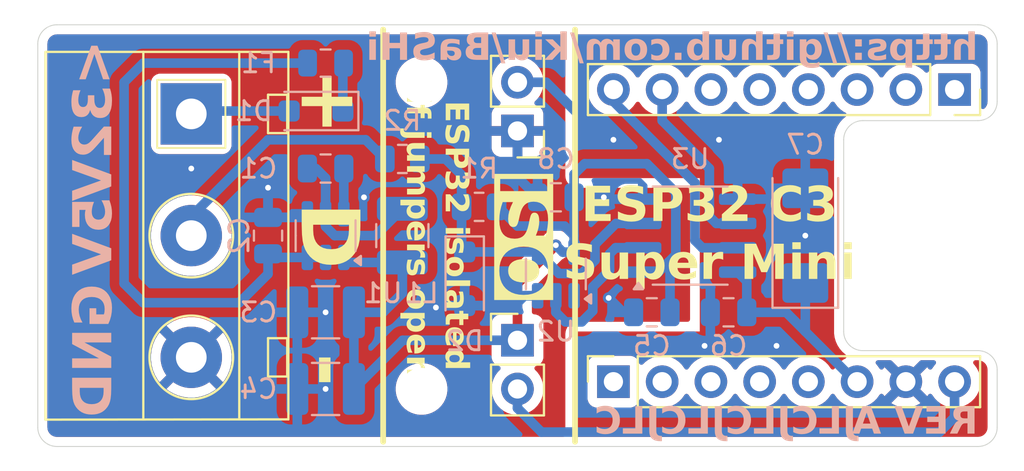
<source format=kicad_pcb>
(kicad_pcb (version 20241229) (generator "pcbnew") (generator_version "9.0")
  (layers (0 "F.Cu" signal) (2 "B.Cu" signal) (13 "F.Paste" user) (15 "B.Paste" user) (5 "F.SilkS" user "F.Silkscreen") (7 "B.SilkS" user "B.Silkscreen") (1 "F.Mask" user) (3 "B.Mask" user) (25 "Edge.Cuts" user))
  (net 0 "")
  (net 1 "Net-(U1-BST)")
  (net 2 "Net-(U1-SW)")
  (net 3 "GND1")
  (net 4 "Net-(U1-EN)")
  (net 5 "VCC")
  (net 6 "+3V3")
  (net 7 "GND2")
  (net 8 "Net-(U3-OUTA)")
  (net 9 "ESP_RX")
  (net 10 "ESP_TX")
  (net 11 "Net-(D2-K)")
  (net 12 "+5V")
  (net 13 "Net-(J1-Pin_2)")
  (net 14 "Net-(D1-A)")
  (net 16 "Net-(D1-K)")
  (footprint "Connector_PinHeader_2.54mm:PinHeader_1x02_P2.54mm_Vertical" (layer "F.Cu") (at 110 65.46)
    (property "Reference" "J2" (hide yes))
    (property "Value" "1x02_Jumper")
    (fp_line (start -1.38 -1.38) (end 0 -1.38) (stroke (width 0.12)) (layer "F.SilkS"))
    (fp_line (start -1.38 0) (end -1.38 -1.38) (stroke (width 0.12)) (layer "F.SilkS"))
    (fp_line (start -1.38 1.27) (end -1.38 3.92) (stroke (width 0.12)) (layer "F.SilkS"))
    (fp_line (start -1.38 1.27) (end 1.38 1.27) (stroke (width 0.12)) (layer "F.SilkS"))
    (fp_line (start -1.38 3.92) (end 1.38 3.92) (stroke (width 0.12)) (layer "F.SilkS"))
    (fp_line (start 1.38 1.27) (end 1.38 3.92) (stroke (width 0.12)) (layer "F.SilkS"))
    (pad "1" thru_hole rect (at 0 0) (size 1.7 1.7) (drill 1) (layers "*.Cu" "*.Mask") (net 5 "VCC"))
    (pad "2" thru_hole circle (at 0 2.54) (size 1.7 1.7) (drill 1) (layers "*.Cu" "*.Mask") (net 12 "+5V"))
  )
  (footprint "Connector_PinSocket_2.54mm:PinSocket_1x08_P2.54mm_Vertical" (layer "F.Cu") (at 115 67.62 90)
    (property "Reference" "J5" (hide yes))
    (property "Value" "Conn_01x08")
    (fp_line (start 1.33 -1.33) (end 1.33 0) (stroke (width 0.12)) (layer "F.SilkS"))
    (fp_line (start 0 -1.33) (end 1.33 -1.33) (stroke (width 0.12)) (layer "F.SilkS"))
    (fp_line (start 1.33 1.27) (end 1.33 19.11) (stroke (width 0.12)) (layer "F.SilkS"))
    (fp_line (start -1.33 1.27) (end 1.33 1.27) (stroke (width 0.12)) (layer "F.SilkS"))
    (fp_line (start -1.33 1.27) (end -1.33 19.11) (stroke (width 0.12)) (layer "F.SilkS"))
    (fp_line (start -1.33 19.11) (end 1.33 19.11) (stroke (width 0.12)) (layer "F.SilkS"))
    (pad "1" thru_hole rect (at 0 0 90) (size 1.7 1.7) (drill 1) (layers "*.Cu" "*.Mask"))
    (pad "2" thru_hole circle (at 0 2.54 90) (size 1.7 1.7) (drill 1) (layers "*.Cu" "*.Mask"))
    (pad "3" thru_hole circle (at 0 5.08 90) (size 1.7 1.7) (drill 1) (layers "*.Cu" "*.Mask"))
    (pad "4" thru_hole circle (at 0 7.62 90) (size 1.7 1.7) (drill 1) (layers "*.Cu" "*.Mask"))
    (pad "5" thru_hole circle (at 0 10.16 90) (size 1.7 1.7) (drill 1) (layers "*.Cu" "*.Mask"))
    (pad "6" thru_hole circle (at 0 12.7 90) (size 1.7 1.7) (drill 1) (layers "*.Cu" "*.Mask") (net 6 "+3V3"))
    (pad "7" thru_hole circle (at 0 15.24 90) (size 1.7 1.7) (drill 1) (layers "*.Cu" "*.Mask") (net 7 "GND2"))
    (pad "8" thru_hole circle (at 0 17.78 90) (size 1.7 1.7) (drill 1) (layers "*.Cu" "*.Mask") (net 12 "+5V"))
  )
  (footprint "MountingHole:MountingHole_2.2mm_M2" (layer "F.Cu") (at 105 68)
    (property "Reference" "H2" (hide yes))
    (property "Value" "MountingHole")
    (pad "" np_thru_hole circle (at 0 0) (size 2.2 2.2) (drill 2.2) (layers "*.Cu" "*.Mask"))
  )
  (footprint "Connector_PinSocket_2.54mm:PinSocket_1x08_P2.54mm_Vertical" (layer "F.Cu") (at 132.78 52.38 -90)
    (property "Reference" "J4" (hide yes))
    (property "Value" "Conn_01x08")
    (fp_line (start -1.33 19.11) (end 1.33 19.11) (stroke (width 0.12)) (layer "F.SilkS"))
    (fp_line (start -1.33 1.27) (end -1.33 19.11) (stroke (width 0.12)) (layer "F.SilkS"))
    (fp_line (start -1.33 1.27) (end 1.33 1.27) (stroke (width 0.12)) (layer "F.SilkS"))
    (fp_line (start 1.33 1.27) (end 1.33 19.11) (stroke (width 0.12)) (layer "F.SilkS"))
    (fp_line (start 0 -1.33) (end 1.33 -1.33) (stroke (width 0.12)) (layer "F.SilkS"))
    (fp_line (start 1.33 -1.33) (end 1.33 0) (stroke (width 0.12)) (layer "F.SilkS"))
    (pad "1" thru_hole rect (at 0 0 270) (size 1.7 1.7) (drill 1) (layers "*.Cu" "*.Mask"))
    (pad "2" thru_hole circle (at 0 2.54 270) (size 1.7 1.7) (drill 1) (layers "*.Cu" "*.Mask"))
    (pad "3" thru_hole circle (at 0 5.08 270) (size 1.7 1.7) (drill 1) (layers "*.Cu" "*.Mask"))
    (pad "4" thru_hole circle (at 0 7.62 270) (size 1.7 1.7) (drill 1) (layers "*.Cu" "*.Mask"))
    (pad "5" thru_hole circle (at 0 10.16 270) (size 1.7 1.7) (drill 1) (layers "*.Cu" "*.Mask"))
    (pad "6" thru_hole circle (at 0 12.7 270) (size 1.7 1.7) (drill 1) (layers "*.Cu" "*.Mask"))
    (pad "7" thru_hole circle (at 0 15.24 270) (size 1.7 1.7) (drill 1) (layers "*.Cu" "*.Mask") (net 9 "ESP_RX"))
    (pad "8" thru_hole circle (at 0 17.78 270) (size 1.7 1.7) (drill 1) (layers "*.Cu" "*.Mask") (net 10 "ESP_TX"))
  )
  (footprint "kiu-footprints:TerminalBlock_1x03_P6.35mm_Horizontal_DIBO_DB910-6.35-3P-GN-S_C395873" (layer "F.Cu") (at 93 60 -90)
    (property "Reference" "J1" (hide yes))
    (property "Value" "Conn_01x03")
    (fp_line (start -9.585 7.6) (end 9.6 7.6) (stroke (width 0.12)) (layer "F.SilkS"))
    (fp_line (start -9.585 2.5) (end 9.585 2.5) (stroke (width 0.12)) (layer "F.SilkS"))
    (fp_line (start -9.585 -2.5) (end 9.585 -2.5) (stroke (width 0.12)) (layer "F.SilkS"))
    (fp_line (start -7.35 -4) (end -5.35 -4) (stroke (width 0.12)) (layer "F.SilkS"))
    (fp_line (start 5.35 -4) (end 7.35 -4) (stroke (width 0.12)) (layer "F.SilkS"))
    (fp_line (start -7.35 -5) (end -7.35 -4) (stroke (width 0.12)) (layer "F.SilkS"))
    (fp_line (start -7.35 -5) (end -5.35 -5) (stroke (width 0.12)) (layer "F.SilkS"))
    (fp_line (start -5.35 -5) (end -5.35 -4) (stroke (width 0.12)) (layer "F.SilkS"))
    (fp_line (start 5.35 -5) (end 5.35 -4) (stroke (width 0.12)) (layer "F.SilkS"))
    (fp_line (start 5.35 -5) (end 7.35 -5) (stroke (width 0.12)) (layer "F.SilkS"))
    (fp_line (start 7.35 -5) (end 7.35 -4) (stroke (width 0.12)) (layer "F.SilkS"))
    (fp_line (start -9.585 -5.06) (end -9.585 7.56) (stroke (width 0.12)) (layer "F.SilkS"))
    (fp_line (start -9.585 -5.06) (end 9.585 -5.06) (stroke (width 0.12)) (layer "F.SilkS"))
    (fp_line (start 9.585 -5.06) (end 9.6 7.6) (stroke (width 0.12)) (layer "F.SilkS"))
    (fp_rect (start -8.128 -1.778) (end -4.572 1.778) (stroke (width 0.1)) (fill no) (layer "F.SilkS"))
    (fp_circle (center 0 0) (end 2.18 0) (stroke (width 0.12)) (fill no) (layer "F.SilkS"))
    (fp_circle (center 6.35 0) (end 8.53 0) (stroke (width 0.12)) (fill no) (layer "F.SilkS"))
    (pad "1" thru_hole rect (at -6.35 0 270) (size 3.2 3.2) (drill 1.6) (layers "*.Cu" "*.Mask") (net 14 "Net-(D1-A)"))
    (pad "2" thru_hole circle (at 0 0 270) (size 3.2 3.2) (drill 1.6) (layers "*.Cu" "*.Mask") (net 13 "Net-(J1-Pin_2)"))
    (pad "3" thru_hole circle (at 6.35 0 270) (size 3.2 3.2) (drill 1.6) (layers "*.Cu" "*.Mask") (net 3 "GND1"))
  )
  (footprint "MountingHole:MountingHole_2.2mm_M2" (layer "F.Cu") (at 105 52)
    (property "Reference" "H1" (hide yes))
    (property "Value" "MountingHole")
    (pad "" np_thru_hole circle (at 0 0) (size 2.2 2.2) (drill 2.2) (layers "*.Cu" "*.Mask"))
  )
  (footprint "Connector_PinHeader_2.54mm:PinHeader_1x02_P2.54mm_Vertical" (layer "F.Cu") (at 110 54.54 180)
    (property "Reference" "J3" (hide yes))
    (property "Value" "1x02_Jumper")
    (fp_line (start 1.38 1.27) (end 1.38 3.92) (stroke (width 0.12)) (layer "F.SilkS"))
    (fp_line (start -1.38 3.92) (end 1.38 3.92) (stroke (width 0.12)) (layer "F.SilkS"))
    (fp_line (start -1.38 1.27) (end 1.38 1.27) (stroke (width 0.12)) (layer "F.SilkS"))
    (fp_line (start -1.38 1.27) (end -1.38 3.92) (stroke (width 0.12)) (layer "F.SilkS"))
    (fp_line (start -1.38 0) (end -1.38 -1.38) (stroke (width 0.12)) (layer "F.SilkS"))
    (fp_line (start -1.38 -1.38) (end 0 -1.38) (stroke (width 0.12)) (layer "F.SilkS"))
    (pad "1" thru_hole rect (at 0 0 180) (size 1.7 1.7) (drill 1) (layers "*.Cu" "*.Mask") (net 3 "GND1"))
    (pad "2" thru_hole circle (at 0 2.54 180) (size 1.7 1.7) (drill 1) (layers "*.Cu" "*.Mask") (net 7 "GND2"))
  )
  (footprint "Capacitor_SMD:C_0805_2012Metric" (layer "B.Cu") (at 117 64)
    (property "Reference" "C5" (at 0 1.75 0) (layer "B.SilkS") (effects (justify mirror)))
    (property "Value" "100nF")
    (fp_line (start -0.261252 -0.735) (end 0.261252 -0.735) (stroke (width 0.12)) (layer "B.SilkS"))
    (fp_line (start -0.261252 0.735) (end 0.261252 0.735) (stroke (width 0.12)) (layer "B.SilkS"))
    (pad "1" smd roundrect (at -0.95 0) (size 1 1.45) (layers "B.Cu" "B.Mask" "B.Paste") (net 3 "GND1"))
    (pad "2" smd roundrect (at 0.95 0) (size 1 1.45) (layers "B.Cu" "B.Mask" "B.Paste") (net 5 "VCC"))
  )
  (footprint "Diode_SMD:D_SOD-123F" (layer "B.Cu") (at 107.25 62.25 -90)
    (property "Reference" "D2" (at 3.25 0 180) (layer "B.SilkS") (effects (justify mirror)))
    (property "Value" "D_Zener")
    (fp_line (start -2.21 1) (end 1.65 1) (stroke (width 0.12)) (layer "B.SilkS"))
    (fp_line (start -2.21 1) (end -2.21 -1) (stroke (width 0.12)) (layer "B.SilkS"))
    (fp_line (start -2.21 -1) (end 1.65 -1) (stroke (width 0.12)) (layer "B.SilkS"))
    (pad "1" smd roundrect (at -1.4 0 270) (size 1.1 1.1) (layers "B.Cu" "B.Mask" "B.Paste") (roundrect_rratio 0.2272727273) (net 11 "Net-(D2-K)"))
    (pad "2" smd roundrect (at 1.4 0 270) (size 1.1 1.1) (layers "B.Cu" "B.Mask" "B.Paste") (roundrect_rratio 0.2272727273) (net 3 "GND1"))
  )
  (footprint "Package_SO:SOIC-8_3.9x4.9mm_P1.27mm" (layer "B.Cu") (at 119 60)
    (property "Reference" "U3" (at 0 -4 180) (layer "B.SilkS") (effects (justify mirror)))
    (property "Value" "ISO7321C")
    (fp_line (start 0 -2.56) (end -1.95 -2.56) (stroke (width 0.12)) (layer "B.SilkS"))
    (fp_line (start 0 -2.56) (end 1.95 -2.56) (stroke (width 0.12)) (layer "B.SilkS"))
    (fp_line (start 0 2.56) (end -1.95 2.56) (stroke (width 0.12)) (layer "B.SilkS"))
    (fp_line (start 0 2.56) (end 1.95 2.56) (stroke (width 0.12)) (layer "B.SilkS"))
    (fp_poly (pts (xy -2.7 2.465) (xy -2.94 2.795) (xy -2.46 2.795)) (stroke (width 0.12)) (fill yes) (layer "B.SilkS"))
    (pad "1" smd roundrect (at -2.475 1.905) (size 1.95 0.6) (layers "B.Cu" "B.Mask" "B.Paste") (net 5 "VCC"))
    (pad "2" smd roundrect (at -2.475 0.635) (size 1.95 0.6) (layers "B.Cu" "B.Mask" "B.Paste") (net 8 "Net-(U3-OUTA)"))
    (pad "3" smd roundrect (at -2.475 -0.635) (size 1.95 0.6) (layers "B.Cu" "B.Mask" "B.Paste") (net 11 "Net-(D2-K)"))
    (pad "4" smd roundrect (at -2.475 -1.905) (size 1.95 0.6) (layers "B.Cu" "B.Mask" "B.Paste") (net 3 "GND1"))
    (pad "5" smd roundrect (at 2.475 -1.905) (size 1.95 0.6) (layers "B.Cu" "B.Mask" "B.Paste") (net 7 "GND2"))
    (pad "6" smd roundrect (at 2.475 -0.635) (size 1.95 0.6) (layers "B.Cu" "B.Mask" "B.Paste") (net 9 "ESP_RX"))
    (pad "7" smd roundrect (at 2.475 0.635) (size 1.95 0.6) (layers "B.Cu" "B.Mask" "B.Paste") (net 10 "ESP_TX"))
    (pad "8" smd roundrect (at 2.475 1.905) (size 1.95 0.6) (layers "B.Cu" "B.Mask" "B.Paste") (net 6 "+3V3"))
  )
  (footprint "Capacitor_SMD:C_0805_2012Metric" (layer "B.Cu") (at 121 64 180)
    (property "Reference" "C6" (at 0 -1.75 180) (layer "B.SilkS") (effects (justify mirror)))
    (property "Value" "100nF")
    (fp_line (start -0.261252 0.735) (end 0.261252 0.735) (stroke (width 0.12)) (layer "B.SilkS"))
    (fp_line (start -0.261252 -0.735) (end 0.261252 -0.735) (stroke (width 0.12)) (layer "B.SilkS"))
    (pad "1" smd roundrect (at -0.95 0 180) (size 1 1.45) (layers "B.Cu" "B.Mask" "B.Paste") (net 6 "+3V3"))
    (pad "2" smd roundrect (at 0.95 0 180) (size 1 1.45) (layers "B.Cu" "B.Mask" "B.Paste") (net 7 "GND2"))
  )
  (footprint "Capacitor_SMD:C_0805_2012Metric" (layer "B.Cu") (at 97 60 -90)
    (property "Reference" "C2" (at 0 1.5 90) (layer "B.SilkS") (effects (justify mirror)))
    (property "Value" "10uF")
    (fp_line (start -0.261252 0.735) (end 0.261252 0.735) (stroke (width 0.12)) (layer "B.SilkS"))
    (fp_line (start -0.261252 -0.735) (end 0.261252 -0.735) (stroke (width 0.12)) (layer "B.SilkS"))
    (pad "1" smd roundrect (at -0.95 0 270) (size 1 1.45) (layers "B.Cu" "B.Mask" "B.Paste") (net 3 "GND1"))
    (pad "2" smd roundrect (at 0.95 0 270) (size 1 1.45) (layers "B.Cu" "B.Mask" "B.Paste") (net 4 "Net-(U1-EN)"))
  )
  (footprint "Capacitor_SMD:C_0805_2012Metric" (layer "B.Cu") (at 112 58)
    (property "Reference" "C8" (at 0 -2 0) (layer "B.SilkS") (effects (justify mirror)))
    (property "Value" "100nF")
    (fp_line (start -0.261252 -0.735) (end 0.261252 -0.735) (stroke (width 0.12)) (layer "B.SilkS"))
    (fp_line (start -0.261252 0.735) (end 0.261252 0.735) (stroke (width 0.12)) (layer "B.SilkS"))
    (pad "1" smd roundrect (at -0.95 0) (size 1 1.45) (layers "B.Cu" "B.Mask" "B.Paste") (net 3 "GND1"))
    (pad "2" smd roundrect (at 0.95 0) (size 1 1.45) (layers "B.Cu" "B.Mask" "B.Paste") (net 5 "VCC"))
  )
  (footprint "Fuse:Fuse_0805_2012Metric" (layer "B.Cu") (at 100 51 180)
    (property "Reference" "F1" (at 3.5 0 180) (layer "B.SilkS") (effects (justify mirror)))
    (property "Value" "Fuse")
    (fp_line (start -0.258578 0.71) (end 0.258578 0.71) (stroke (width 0.12)) (layer "B.SilkS"))
    (fp_line (start -0.258578 -0.71) (end 0.258578 -0.71) (stroke (width 0.12)) (layer "B.SilkS"))
    (pad "1" smd roundrect (at -0.9375 0 180) (size 0.975 1.4) (layers "B.Cu" "B.Mask" "B.Paste") (net 16 "Net-(D1-K)"))
    (pad "2" smd roundrect (at 0.9375 0 180) (size 0.975 1.4) (layers "B.Cu" "B.Mask" "B.Paste") (net 4 "Net-(U1-EN)"))
  )
  (footprint "Package_TO_SOT_SMD:SOT-23-5" (layer "B.Cu") (at 112 62 90)
    (property "Reference" "U2" (at -3 0 180) (layer "B.SilkS") (effects (justify mirror)))
    (property "Value" "74LVC1G07")
    (fp_line (start 0 -1.56) (end 0.8 -1.56) (stroke (width 0.12)) (layer "B.SilkS"))
    (fp_line (start 0 -1.56) (end -0.8 -1.56) (stroke (width 0.12)) (layer "B.SilkS"))
    (fp_line (start 0 1.56) (end 0.8 1.56) (stroke (width 0.12)) (layer "B.SilkS"))
    (fp_line (start 0 1.56) (end -0.8 1.56) (stroke (width 0.12)) (layer "B.SilkS"))
    (fp_poly (pts (xy -1.3 1.51) (xy -1.54 1.84) (xy -1.06 1.84)) (stroke (width 0.12)) (fill yes) (layer "B.SilkS"))
    (pad "1" smd roundrect (at -1.1375 0.95 90) (size 1.325 0.6) (layers "B.Cu" "B.Mask" "B.Paste"))
    (pad "2" smd roundrect (at -1.1375 0 90) (size 1.325 0.6) (layers "B.Cu" "B.Mask" "B.Paste") (net 8 "Net-(U3-OUTA)"))
    (pad "3" smd roundrect (at -1.1375 -0.95 90) (size 1.325 0.6) (layers "B.Cu" "B.Mask" "B.Paste") (net 3 "GND1"))
    (pad "4" smd roundrect (at 1.1375 -0.95 90) (size 1.325 0.6) (layers "B.Cu" "B.Mask" "B.Paste") (net 11 "Net-(D2-K)"))
    (pad "5" smd roundrect (at 1.1375 0.95 90) (size 1.325 0.6) (layers "B.Cu" "B.Mask" "B.Paste") (net 5 "VCC"))
  )
  (footprint "Capacitor_SMD:C_0805_2012Metric" (layer "B.Cu") (at 100 56.5)
    (property "Reference" "C1" (at -3.5 0 180) (layer "B.SilkS") (effects (justify mirror)))
    (property "Value" "100nF")
    (fp_line (start -0.261252 -0.735) (end 0.261252 -0.735) (stroke (width 0.12)) (layer "B.SilkS"))
    (fp_line (start -0.261252 0.735) (end 0.261252 0.735) (stroke (width 0.12)) (layer "B.SilkS"))
    (pad "1" smd roundrect (at -0.95 0) (size 1 1.45) (layers "B.Cu" "B.Mask" "B.Paste") (net 2 "Net-(U1-SW)"))
    (pad "2" smd roundrect (at 0.95 0) (size 1 1.45) (layers "B.Cu" "B.Mask" "B.Paste") (net 1 "Net-(U1-BST)"))
  )
  (footprint "Capacitor_Tantalum_SMD:CP_EIA-6032-28_Kemet-C" (layer "B.Cu") (at 125 60 90)
    (property "Reference" "C7" (at 4.75 0 0) (layer "B.SilkS") (effects (justify mirror)))
    (property "Value" "330uF")
    (fp_line (start -3.765 -1.71) (end 3 -1.71) (stroke (width 0.12)) (layer "B.SilkS"))
    (fp_line (start 3 1.71) (end -3.765 1.71) (stroke (width 0.12)) (layer "B.SilkS"))
    (fp_line (start -3.765 1.71) (end -3.765 -1.71) (stroke (width 0.12)) (layer "B.SilkS"))
    (pad "1" smd roundrect (at -2.47 0 90) (size 2.07 2.39) (layers "B.Cu" "B.Mask" "B.Paste") (roundrect_rratio 0.120773) (net 6 "+3V3"))
    (pad "2" smd roundrect (at 2.47 0 90) (size 2.07 2.39) (layers "B.Cu" "B.Mask" "B.Paste") (roundrect_rratio 0.120773) (net 7 "GND2"))
  )
  (footprint "Capacitor_SMD:C_1210_3225Metric" (layer "B.Cu") (at 100 68 180)
    (property "Reference" "C4" (at 3.5 0 180) (layer "B.SilkS") (effects (justify mirror)))
    (property "Value" "22uF")
    (fp_line (start -0.711252 1.36) (end 0.711252 1.36) (stroke (width 0.12)) (layer "B.SilkS"))
    (fp_line (start -0.711252 -1.36) (end 0.711252 -1.36) (stroke (width 0.12)) (layer "B.SilkS"))
    (pad "1" smd roundrect (at -1.475 0 180) (size 1.15 2.7) (layers "B.Cu" "B.Mask" "B.Paste") (roundrect_rratio 0.217391) (net 5 "VCC"))
    (pad "2" smd roundrect (at 1.475 0 180) (size 1.15 2.7) (layers "B.Cu" "B.Mask" "B.Paste") (roundrect_rratio 0.217391) (net 3 "GND1"))
  )
  (footprint "Inductor_SMD:L_1210_3225Metric" (layer "B.Cu") (at 104 60 -90)
    (property "Reference" "L1" (at 3 -1 180) (layer "B.SilkS") (effects (justify mirror)))
    (property "Value" "4.7uH")
    (fp_line (start -0.602064 1.36) (end 0.602064 1.36) (stroke (width 0.12)) (layer "B.SilkS"))
    (fp_line (start -0.602064 -1.36) (end 0.602064 -1.36) (stroke (width 0.12)) (layer "B.SilkS"))
    (pad "1" smd roundrect (at -1.4 0 270) (size 1.25 2.65) (layers "B.Cu" "B.Mask" "B.Paste") (roundrect_rratio 0.2) (net 2 "Net-(U1-SW)"))
    (pad "2" smd roundrect (at 1.4 0 270) (size 1.25 2.65) (layers "B.Cu" "B.Mask" "B.Paste") (roundrect_rratio 0.2) (net 5 "VCC"))
  )
  (footprint "Package_TO_SOT_SMD:TSOT-23-6" (layer "B.Cu") (at 100 60 90)
    (property "Reference" "U1" (at -3 3 0) (layer "B.SilkS") (effects (justify mirror)))
    (property "Value" "AP63205WU")
    (fp_line (start 0 -1.56) (end 0.8 -1.56) (stroke (width 0.12)) (layer "B.SilkS"))
    (fp_line (start 0 -1.56) (end -0.8 -1.56) (stroke (width 0.12)) (layer "B.SilkS"))
    (fp_line (start 0 1.56) (end 0.8 1.56) (stroke (width 0.12)) (layer "B.SilkS"))
    (fp_line (start 0 1.56) (end -0.8 1.56) (stroke (width 0.12)) (layer "B.SilkS"))
    (fp_poly (pts (xy -1.3 1.51) (xy -1.54 1.84) (xy -1.06 1.84)) (stroke (width 0.12)) (fill yes) (layer "B.SilkS"))
    (pad "1" smd roundrect (at -1.1375 0.95 90) (size 1.325 0.6) (layers "B.Cu" "B.Mask" "B.Paste") (net 5 "VCC"))
    (pad "2" smd roundrect (at -1.1375 0 90) (size 1.325 0.6) (layers "B.Cu" "B.Mask" "B.Paste") (net 4 "Net-(U1-EN)"))
    (pad "3" smd roundrect (at -1.1375 -0.95 90) (size 1.325 0.6) (layers "B.Cu" "B.Mask" "B.Paste") (net 4 "Net-(U1-EN)"))
    (pad "4" smd roundrect (at 1.1375 -0.95 90) (size 1.325 0.6) (layers "B.Cu" "B.Mask" "B.Paste") (net 3 "GND1"))
    (pad "5" smd roundrect (at 1.1375 0 90) (size 1.325 0.6) (layers "B.Cu" "B.Mask" "B.Paste") (net 2 "Net-(U1-SW)"))
    (pad "6" smd roundrect (at 1.1375 0.95 90) (size 1.325 0.6) (layers "B.Cu" "B.Mask" "B.Paste") (net 1 "Net-(U1-BST)"))
  )
  (footprint "Resistor_SMD:R_0805_2012Metric" (layer "B.Cu") (at 108 58.5 180)
    (property "Reference" "R1" (at 0 2 0) (layer "B.SilkS") (effects (justify mirror)))
    (property "Value" "10k")
    (fp_line (start -0.227064 0.735) (end 0.227064 0.735) (stroke (width 0.12)) (layer "B.SilkS"))
    (fp_line (start -0.227064 -0.735) (end 0.227064 -0.735) (stroke (width 0.12)) (layer "B.SilkS"))
    (pad "1" smd roundrect (at -0.9125 0 180) (size 1.025 1.4) (layers "B.Cu" "B.Mask" "B.Paste") (roundrect_rratio 0.243902) (net 5 "VCC"))
    (pad "2" smd roundrect (at 0.9125 0 180) (size 1.025 1.4) (layers "B.Cu" "B.Mask" "B.Paste") (roundrect_rratio 0.243902) (net 11 "Net-(D2-K)"))
  )
  (footprint "Diode_SMD:D_SOD-123F" (layer "B.Cu") (at 99.5 53.5 180)
    (property "Reference" "D1" (at 3.25 0 0) (layer "B.SilkS") (effects (justify mirror)))
    (property "Value" "D")
    (fp_line (start -2.21 1) (end 1.65 1) (stroke (width 0.12)) (layer "B.SilkS"))
    (fp_line (start -2.21 1) (end -2.21 -1) (stroke (width 0.12)) (layer "B.SilkS"))
    (fp_line (start -2.21 -1) (end 1.65 -1) (stroke (width 0.12)) (layer "B.SilkS"))
    (pad "1" smd roundrect (at -1.4 0 180) (size 1.1 1.1) (layers "B.Cu" "B.Mask" "B.Paste") (roundrect_rratio 0.2272727273) (net 16 "Net-(D1-K)"))
    (pad "2" smd roundrect (at 1.4 0 180) (size 1.1 1.1) (layers "B.Cu" "B.Mask" "B.Paste") (roundrect_rratio 0.2272727273) (net 14 "Net-(D1-A)"))
  )
  (footprint "Capacitor_SMD:C_1210_3225Metric" (layer "B.Cu") (at 100 64 180)
    (property "Reference" "C3" (at 3.5 0 180) (layer "B.SilkS") (effects (justify mirror)))
    (property "Value" "22uF")
    (fp_line (start -0.711252 1.36) (end 0.711252 1.36) (stroke (width 0.12)) (layer "B.SilkS"))
    (fp_line (start -0.711252 -1.36) (end 0.711252 -1.36) (stroke (width 0.12)) (layer "B.SilkS"))
    (pad "1" smd roundrect (at -1.475 0 180) (size 1.15 2.7) (layers "B.Cu" "B.Mask" "B.Paste") (roundrect_rratio 0.217391) (net 5 "VCC"))
    (pad "2" smd roundrect (at 1.475 0 180) (size 1.15 2.7) (layers "B.Cu" "B.Mask" "B.Paste") (roundrect_rratio 0.217391) (net 3 "GND1"))
  )
  (footprint "Resistor_SMD:R_0805_2012Metric" (layer "B.Cu") (at 104 56)
    (property "Reference" "R2" (at 0 -2 0) (layer "B.SilkS") (effects (justify mirror)))
    (property "Value" "330R")
    (fp_line (start -0.227064 -0.735) (end 0.227064 -0.735) (stroke (width 0.12)) (layer "B.SilkS"))
    (fp_line (start -0.227064 0.735) (end 0.227064 0.735) (stroke (width 0.12)) (layer "B.SilkS"))
    (pad "1" smd roundrect (at -0.9125 0) (size 1.025 1.4) (layers "B.Cu" "B.Mask" "B.Paste") (roundrect_rratio 0.243902) (net 13 "Net-(J1-Pin_2)"))
    (pad "2" smd roundrect (at 0.9125 0) (size 1.025 1.4) (layers "B.Cu" "B.Mask" "B.Paste") (roundrect_rratio 0.243902) (net 11 "Net-(D2-K)"))
  )
  (gr_line (start 113 49.25) (end 113 70.75) (stroke (width 0.3)) (layer "F.SilkS"))
  (gr_line (start 103 49.25) (end 103 70.75) (stroke (width 0.3)) (layer "F.SilkS"))
  (gr_arc (start 135 70) (mid 134.707107 70.707107) (end 134 71) (stroke (width 0.05)) (layer "Edge.Cuts"))
  (gr_line (start 85 70) (end 85 50) (stroke (width 0.05)) (layer "Edge.Cuts"))
  (gr_line (start 127 55) (end 127 65) (stroke (width 0.05)) (layer "Edge.Cuts"))
  (gr_line (start 134 54) (end 128 54) (stroke (width 0.05)) (layer "Edge.Cuts"))
  (gr_line (start 86 49) (end 134 49) (stroke (width 0.05)) (layer "Edge.Cuts"))
  (gr_arc (start 135 53) (mid 134.707107 53.707107) (end 134 54) (stroke (width 0.05)) (layer "Edge.Cuts"))
  (gr_line (start 135 67) (end 135 70) (stroke (width 0.05)) (layer "Edge.Cuts"))
  (gr_line (start 134 71) (end 86 71) (stroke (width 0.05)) (layer "Edge.Cuts"))
  (gr_arc (start 128 66) (mid 127.292893 65.707107) (end 127 65) (stroke (width 0.05)) (layer "Edge.Cuts"))
  (gr_line (start 135 50) (end 135 53) (stroke (width 0.05)) (layer "Edge.Cuts"))
  (gr_arc (start 127 55) (mid 127.292893 54.292893) (end 128 54) (stroke (width 0.05)) (layer "Edge.Cuts"))
  (gr_arc (start 134 66) (mid 134.707107 66.292893) (end 135 67) (stroke (width 0.05)) (layer "Edge.Cuts"))
  (gr_arc (start 134 49) (mid 134.707107 49.292893) (end 135 50) (stroke (width 0.05)) (layer "Edge.Cuts"))
  (gr_arc (start 86 71) (mid 85.292893 70.707107) (end 85 70) (stroke (width 0.05)) (layer "Edge.Cuts"))
  (gr_arc (start 85 50) (mid 85.292893 49.292893) (end 86 49) (stroke (width 0.05)) (layer "Edge.Cuts"))
  (gr_line (start 128 66) (end 134 66) (stroke (width 0.05)) (layer "Edge.Cuts"))
  (gr_text "D" (at 100 60 270) (layer "F.SilkS") (effects (font (size 3 3) (thickness 0.6) (bold yes))))
  (gr_text "-" (at 100 67 270) (layer "F.SilkS") (effects (font (size 3 3) (thickness 0.6) (bold yes))))
  (gr_text "ESP32 C3\nSuper Mini" (at 120 60 0) (layer "F.SilkS") (effects (font (size 1.8 1.8) (thickness 0.25) (bold yes))))
  (gr_text "ESP32 isolated\nif jumpers open" (at 105.75 60 270) (layer "F.SilkS") (effects (font (size 1.2 1.2) (thickness 0.25) (bold yes))))
  (gr_text "+" (at 100 53 270) (layer "F.SilkS") (effects (font (size 3 3) (thickness 0.6) (bold yes))))
  (gr_text "ISO" (at 111.5 60 270) (layer "F.SilkS" knockout) (effects (font (size 2.4 2.4) (thickness 0.3) (bold yes)) (justify top)))
  (gr_text "<32V" (at 88 54 90) (layer "B.SilkS") (effects (font (size 2 2) (thickness 0.5) (bold yes)) (justify mirror)))
  (gr_text "https://github.com/kiu/BaSHi" (at 134 50.25 0) (layer "B.SilkS") (effects (font (size 1.4 1.4) (thickness 0.25) (bold yes)) (justify left mirror)))
  (gr_text "5V" (at 88 60 90) (layer "B.SilkS") (effects (font (size 2 2) (thickness 0.5) (bold yes)) (justify mirror)))
  (gr_text "GND" (at 88 66 90) (layer "B.SilkS") (effects (font (size 2 2) (thickness 0.5) (bold yes)) (justify mirror)))
  (gr_text "REV A" (at 134 69.75 0) (layer "B.SilkS") (effects (font (size 1.4 1.4) (thickness 0.25) (bold yes)) (justify left mirror)))
  (gr_text "JLCJLCJLCJLC" (at 114 69.75 0) (layer "B.SilkS") (effects (font (size 1.4 1.4) (thickness 0.25) (bold yes)) (justify right mirror)))
  (segment (start 100.95 56.5) (end 100.95 58.8625) (width 0.5) (layer "B.Cu") (net 1))
  (segment (start 100.475001 60) (end 102.6 60) (width 0.5) (layer "B.Cu") (net 2))
  (segment (start 102.6 60) (end 104 58.6) (width 0.5) (layer "B.Cu") (net 2))
  (segment (start 100 58.8625) (end 100 59.524999) (width 0.5) (layer "B.Cu") (net 2))
  (segment (start 99.5 56.5) (end 100 57) (width 0.5) (layer "B.Cu") (net 2))
  (segment (start 100 57) (end 100 58.8625) (width 0.5) (layer "B.Cu") (net 2))
  (segment (start 100 59.524999) (end 100.475001 60) (width 0.5) (layer "B.Cu") (net 2))
  (via (at 100 68) (size 0.6) (drill 0.3) (layers "F.Cu" "B.Cu") (net 3))
  (via (at 100 64) (size 0.6) (drill 0.3) (layers "F.Cu" "B.Cu") (net 3))
  (via (at 102 58) (size 0.6) (drill 0.3) (layers "F.Cu" "B.Cu") (net 3))
  (via (at 114.75 63.25) (size 0.6) (drill 0.3) (layers "F.Cu" "B.Cu") (net 3))
  (via (at 93 56.5) (size 0.6) (drill 0.3) (layers "F.Cu" "B.Cu") (net 3))
  (via (at 97 57.5) (size 0.6) (drill 0.3) (layers "F.Cu" "B.Cu") (net 3))
  (via (at 105.75 63.75) (size 0.6) (drill 0.3) (layers "F.Cu" "B.Cu") (net 3))
  (via (at 114.5 58) (size 0.6) (drill 0.3) (layers "F.Cu" "B.Cu") (net 3))
  (segment (start 111 58.05) (end 111.05 58) (width 0.5) (layer "B.Cu") (net 3))
  (segment (start 115.5 64) (end 114.75 63.25) (width 0.5) (layer "B.Cu") (net 3))
  (segment (start 110 56.95) (end 111.05 58) (width 0.5) (layer "B.Cu") (net 3))
  (segment (start 99.05 58.8625) (end 98.8625 59.05) (width 0.5) (layer "B.Cu") (net 3))
  (segment (start 110.3625 63.1375) (end 111.05 63.1375) (width 0.5) (layer "B.Cu") (net 3))
  (segment (start 107.25 63.65) (end 109.85 63.65) (width 0.5) (layer "B.Cu") (net 3))
  (segment (start 116.05 64) (end 115.5 64) (width 0.5) (layer "B.Cu") (net 3))
  (segment (start 107.25 63.65) (end 105.85 63.65) (width 0.5) (layer "B.Cu") (net 3))
  (segment (start 105.85 63.65) (end 105.75 63.75) (width 0.5) (layer "B.Cu") (net 3))
  (segment (start 116.525 58.095) (end 114.595 58.095) (width 0.5) (layer "B.Cu") (net 3))
  (segment (start 97 57.5) (end 97 59.05) (width 0.5) (layer "B.Cu") (net 3))
  (segment (start 109.85 63.65) (end 110.3625 63.1375) (width 0.5) (layer "B.Cu") (net 3))
  (segment (start 98.8625 59.05) (end 97 59.05) (width 0.5) (layer "B.Cu") (net 3))
  (segment (start 110 54.54) (end 110 56.95) (width 0.5) (layer "B.Cu") (net 3))
  (segment (start 114.595 58.095) (end 114.5 58) (width 0.5) (layer "B.Cu") (net 3))
  (segment (start 89.5 52) (end 89.5 62.5) (width 0.5) (layer "B.Cu") (net 4))
  (segment (start 90.5 51) (end 89.5 52) (width 0.5) (layer "B.Cu") (net 4))
  (segment (start 95.5 63.5) (end 97 62) (width 0.5) (layer "B.Cu") (net 4))
  (segment (start 100 61.1375) (end 99.05 61.1375) (width 0.5) (layer "B.Cu") (net 4))
  (segment (start 89.5 62.5) (end 90.5 63.5) (width 0.5) (layer "B.Cu") (net 4))
  (segment (start 97 62) (end 97 60.95) (width 0.5) (layer "B.Cu") (net 4))
  (segment (start 97.1875 61.1375) (end 97 60.95) (width 0.5) (layer "B.Cu") (net 4))
  (segment (start 99.05 61.1375) (end 97.1875 61.1375) (width 0.5) (layer "B.Cu") (net 4))
  (segment (start 99.0625 51) (end 90.5 51) (width 0.5) (layer "B.Cu") (net 4))
  (segment (start 90.5 63.5) (end 95.5 63.5) (width 0.5) (layer "B.Cu") (net 4))
  (segment (start 112 60.5) (end 110 62.5) (width 0.5) (layer "F.Cu") (net 5))
  (segment (start 110 62.5) (end 110 65.46) (width 0.5) (layer "F.Cu") (net 5))
  (via (at 112 60.5) (size 0.6) (drill 0.3) (layers "F.Cu" "B.Cu") (net 5))
  (segment (start 112.95 60) (end 112.95 58) (width 0.5) (layer "B.Cu") (net 5))
  (segment (start 104 63) (end 103 64) (width 0.5) (layer "B.Cu") (net 5))
  (segment (start 117.95 62.75) (end 117.95 61.45) (width 0.5) (layer "B.Cu") (net 5))
  (segment (start 112.45 59.5) (end 112.95 60) (width 0.5) (layer "B.Cu") (net 5))
  (segment (start 117.345 61.905) (end 117.875 61.375) (width 0.5) (layer "B.Cu") (net 5))
  (segment (start 117.95 64) (end 117.95 62.75) (width 0.5) (layer "B.Cu") (net 5))
  (segment (start 101.475 64) (end 101.475 68) (width 0.5) (layer "B.Cu") (net 5))
  (segment (start 113.5 56.25) (end 112.95 56.8) (width 0.5) (layer "B.Cu") (net 5))
  (segment (start 109 58.5) (end 108.9125 58.5) (width 0.5) (layer "B.Cu") (net 5))
  (segment (start 110 59.5) (end 112.45 59.5) (width 0.5) (layer "B.Cu") (net 5))
  (segment (start 100.95 61.1375) (end 101.2125 61.4) (width 0.5) (layer "B.Cu") (net 5))
  (segment (start 112.95 60.8625) (end 112.95 60) (width 0.5) (layer "B.Cu") (net 5))
  (segment (start 118.25 57.75) (end 116.75 56.25) (width 0.5) (layer "B.Cu") (net 5))
  (segment (start 112.3625 60.8625) (end 112.95 60.8625) (width 0.5) (layer "B.Cu") (net 5))
  (segment (start 104.015 65.46) (end 110 65.46) (width 0.5) (layer "B.Cu") (net 5))
  (segment (start 110 59.5) (end 109 58.5) (width 0.5) (layer "B.Cu") (net 5))
  (segment (start 118.25 61) (end 118.25 57.75) (width 0.5) (layer "B.Cu") (net 5))
  (segment (start 101.475 68) (end 104.015 65.46) (width 0.5) (layer "B.Cu") (net 5))
  (segment (start 117.95 61.45) (end 117.875 61.375) (width 0.5) (layer "B.Cu") (net 5))
  (segment (start 112 60.5) (end 112.3625 60.8625) (width 0.5) (layer "B.Cu") (net 5))
  (segment (start 116.525 61.905) (end 117.345 61.905) (width 0.5) (layer "B.Cu") (net 5))
  (segment (start 104 61.4) (end 104 63) (width 0.5) (layer "B.Cu") (net 5))
  (segment (start 116.75 56.25) (end 113.5 56.25) (width 0.5) (layer "B.Cu") (net 5))
  (segment (start 103 64) (end 101.475 64) (width 0.5) (layer "B.Cu") (net 5))
  (segment (start 112.95 56.8) (end 112.95 58) (width 0.5) (layer "B.Cu") (net 5))
  (segment (start 117.875 61.375) (end 118.25 61) (width 0.5) (layer "B.Cu") (net 5))
  (segment (start 101.2125 61.4) (end 104 61.4) (width 0.5) (layer "B.Cu") (net 5))
  (segment (start 125 62.47) (end 125 65) (width 0.5) (layer "B.Cu") (net 6))
  (segment (start 121.95 62.38) (end 121.475 61.905) (width 0.5) (layer "B.Cu") (net 6))
  (segment (start 124 64) (end 125 65) (width 0.5) (layer "B.Cu") (net 6))
  (segment (start 127.62 67.62) (end 125 65) (width 0.5) (layer "B.Cu") (net 6))
  (segment (start 121.95 64) (end 124 64) (width 0.5) (layer "B.Cu") (net 6))
  (segment (start 121.95 64) (end 121.95 62.38) (width 0.5) (layer "B.Cu") (net 6))
  (segment (start 127.7 67.62) (end 127.62 67.62) (width 0.5) (layer "B.Cu") (net 6))
  (via (at 123.5 65.75) (size 0.6) (drill 0.3) (layers "F.Cu" "B.Cu") (net 7))
  (via (at 115 55) (size 0.6) (drill 0.3) (layers "F.Cu" "B.Cu") (net 7))
  (via (at 119.75 65.75) (size 0.6) (drill 0.3) (layers "F.Cu" "B.Cu") (net 7))
  (via (at 125 60) (size 0.6) (drill 0.3) (layers "F.Cu" "B.Cu") (net 7))
  (via (at 120.5 55) (size 0.6) (drill 0.3) (layers "F.Cu" "B.Cu") (net 7))
  (segment (start 114.5 55) (end 111.5 52) (width 0.5) (layer "B.Cu") (net 7))
  (segment (start 115 55) (end 114.5 55) (width 0.5) (layer "B.Cu") (net 7))
  (segment (start 111.5 52) (end 110 52) (width 0.5) (layer "B.Cu") (net 7))
  (segment (start 115.115 60.635) (end 114.80045 60.94955) (width 0.5) (layer "B.Cu") (net 8))
  (segment (start 115.9659 60.635) (end 116.525 60.635) (width 0.5) (layer "B.Cu") (net 8))
  (segment (start 113.3509 64.5) (end 112.5 64.5) (width 0.5) (layer "B.Cu") (net 8))
  (segment (start 112 64) (end 112.5 64.5) (width 0.5) (layer "B.Cu") (net 8))
  (segment (start 115.9659 60.635) (end 115.115 60.635) (width 0.5) (layer "B.Cu") (net 8))
  (segment (start 113.92545 63.92545) (end 113.92545 62.67545) (width 0.5) (layer "B.Cu") (net 8))
  (segment (start 116.525 60.635) (end 115.115 60.635) (width 0.5) (layer "B.Cu") (net 8))
  (segment (start 113.92545 62.67545) (end 114.80045 61.80045) (width 0.5) (layer "B.Cu") (net 8))
  (segment (start 114.80045 60.94955) (end 114.80045 61.80045) (width 0.5) (layer "B.Cu") (net 8))
  (segment (start 112 63.1375) (end 112 64) (width 0.5) (layer "B.Cu") (net 8))
  (segment (start 113.92545 63.92545) (end 113.3509 64.5) (width 0.5) (layer "B.Cu") (net 8))
  (segment (start 117.54 54) (end 117.54 52.38) (width 0.5) (layer "B.Cu") (net 9))
  (segment (start 120 56.5) (end 120 59) (width 0.5) (layer "B.Cu") (net 9))
  (segment (start 119.567501 56.027501) (end 117.54 54) (width 0.5) (layer "B.Cu") (net 9))
  (segment (start 119.567501 56.027501) (end 119.567501 56.067501) (width 0.5) (layer "B.Cu") (net 9))
  (segment (start 119.567501 56.067501) (end 120 56.5) (width 0.5) (layer "B.Cu") (net 9))
  (segment (start 120 59) (end 120.365 59.365) (width 0.5) (layer "B.Cu") (net 9))
  (segment (start 120.365 59.365) (end 121.475 59.365) (width 0.5) (layer "B.Cu") (net 9))
  (segment (start 119.635 60.635) (end 121.475 60.635) (width 0.5) (layer "B.Cu") (net 10))
  (segment (start 115 53) (end 119.25 57.25) (width 0.5) (layer "B.Cu") (net 10))
  (segment (start 119.25 60.25) (end 119.635 60.635) (width 0.5) (layer "B.Cu") (net 10))
  (segment (start 119.25 57.25) (end 119.25 60.25) (width 0.5) (layer "B.Cu") (net 10))
  (segment (start 115 52.38) (end 115 53) (width 0.5) (layer "B.Cu") (net 10))
  (segment (start 107.0875 56.8375) (end 107.0875 58.5) (width 0.5) (layer "B.Cu") (net 11))
  (segment (start 112.1635 61.976) (end 111.05 60.8625) (width 0.5) (layer "B.Cu") (net 11))
  (segment (start 106.25 56) (end 107.0875 56.8375) (width 0.5) (layer "B.Cu") (net 11))
  (segment (start 111.0375 60.85) (end 111.05 60.8625) (width 0.5) (layer "B.Cu") (net 11))
  (segment (start 115.135 59.365) (end 114.03955 60.46045) (width 0.5) (layer "B.Cu") (net 11))
  (segment (start 104.9125 56) (end 106.25 56) (width 0.5) (layer "B.Cu") (net 11))
  (segment (start 113.3531 61.976) (end 112.1635 61.976) (width 0.5) (layer "B.Cu") (net 11))
  (segment (start 116.525 59.365) (end 115.135 59.365) (width 0.5) (layer "B.Cu") (net 11))
  (segment (start 107.0875 60.6875) (end 107.25 60.85) (width 0.5) (layer "B.Cu") (net 11))
  (segment (start 107.0875 58.5) (end 107.0875 60.6875) (width 0.5) (layer "B.Cu") (net 11))
  (segment (start 107.25 60.85) (end 111.0375 60.85) (width 0.5) (layer "B.Cu") (net 11))
  (segment (start 114.03955 61.28955) (end 113.3531 61.976) (width 0.5) (layer "B.Cu") (net 11))
  (segment (start 114.03955 60.46045) (end 114.03955 61.28955) (width 0.5) (layer "B.Cu") (net 11))
  (segment (start 132.78 69.469) (end 132.78 67.62) (width 0.5) (layer "B.Cu") (net 12))
  (segment (start 110 69) (end 111.249 70.249) (width 0.5) (layer "B.Cu") (net 12))
  (segment (start 110 68) (end 110 69) (width 0.5) (layer "B.Cu") (net 12))
  (segment (start 132 70.249) (end 132.78 69.469) (width 0.5) (layer "B.Cu") (net 12))
  (segment (start 111.249 70.249) (end 132 70.249) (width 0.5) (layer "B.Cu") (net 12))
  (segment (start 93 59) (end 97 55) (width 0.5) (layer "B.Cu") (net 13))
  (segment (start 97 55) (end 102.0875 55) (width 0.5) (layer "B.Cu") (net 13))
  (segment (start 102.0875 55) (end 103.0875 56) (width 0.5) (layer "B.Cu") (net 13))
  (segment (start 93 60) (end 93 59) (width 0.5) (layer "B.Cu") (net 13))
  (segment (start 93.15 53.5) (end 93 53.65) (width 0.5) (layer "B.Cu") (net 14))
  (segment (start 98.1 53.5) (end 93.15 53.5) (width 0.5) (layer "B.Cu") (net 14))
  (segment (start 93.35 54) (end 93 53.65) (width 0.5) (layer "B.Cu") (net 14))
  (segment (start 100.9 53.5) (end 100.9 51.0375) (width 0.5) (layer "B.Cu") (net 16))
  (segment (start 100.9 51.0375) (end 100.9375 51) (width 0.5) (layer "B.Cu") (net 16))
  (zone (net 7) (net_name "GND2") (layers "F.Cu" "B.Cu") (priority 1) (connect_pads (clearance 0.5)) (min_thickness 0.25) (fill yes (thermal_gap 0.5) (thermal_bridge_width 0.5))
    (polygon (pts (xy 113 65) (xy 119.5 65) (xy 119.5 57) (xy 113 57) (xy 113 49) (xy 135 49) (xy 135 71) (xy 113 71)))
  )
  (zone (net 3) (net_name "GND1") (layers "F.Cu" "B.Cu") (connect_pads (clearance 0.5)) (min_thickness 0.25) (fill yes (thermal_gap 0.5) (thermal_bridge_width 0.5))
    (polygon (pts (xy 85 49) (xy 113 49) (xy 113 57) (xy 119 57) (xy 119 65) (xy 113 65) (xy 113 71) (xy 85 71)))
  )
)
</source>
